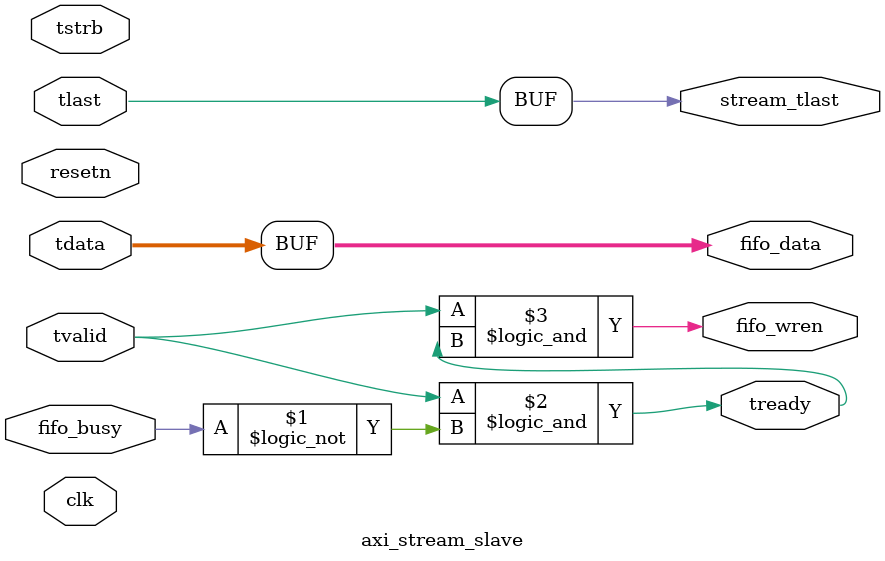
<source format=v>


module axi_stream_slave #(
	// Width of slave side bus
	parameter integer C_S_AXIS_TDATA_WIDTH = 32
)(
	input                                      clk,
	input                                      resetn,
	output                                     tready,
	input                                      tlast,
	input                                      tvalid,
	input [C_S_AXIS_TDATA_WIDTH - 1 : 0]       tdata,
	input [(C_S_AXIS_TDATA_WIDTH / 8) - 1 : 0] tstrb,

	input                                      fifo_busy,
	output                                     fifo_wren,
	output [C_S_AXIS_TDATA_WIDTH - 1 : 0]      fifo_data,

	output                                     stream_tlast
);

assign tready = tvalid && !fifo_busy;

assign fifo_wren = tvalid && tready;
assign fifo_data = tdata;
assign stream_tlast = tlast;

`ifdef FORMAL

`ifdef AXI_STREAM_SLAVE_FORMAL
`define ASSUME assume
`else
`define ASSUME assert
`endif

reg f_past_valid = 1'b0;

initial f_past_valid = 1'b0;

always @(posedge clk)
	f_past_valid <= 1'b1;

always @(*) begin
	if (!f_past_valid) begin
		`ASSUME(resetn);
	end
end

always @(posedge clk) begin
	if (f_past_valid) begin
		// only deassert "valid" after successful transfer
		if ($fell(tvalid)) begin
			`ASSUME($past(tready));
		end

		// only deassert "tlast" after a successful transfer
		if ($fell(tlast)) begin
			`ASSUME($past(tvalid && tready));
		end

		// (?) assert "tlast" at the same time as "valid"
		if ($rose(tlast)) begin
			`ASSUME($rose(tvalid));
		end

		// data must be stable while "valid" is active
		if ($past(tvalid && !tready)) begin
			`ASSUME($stable(tdata));
		end

		// only deassert "ready" after a successful transfer
		if ($fell(tready)) begin
			assert($past(tvalid));
		end
	end
end

always @(*) begin
	assert(fifo_wren == (tvalid && tready));
	assert(fifo_data == tdata);
	assert(stream_tlast == tlast);

	if (fifo_busy)
		assert(!tready);
end

`endif

endmodule

</source>
